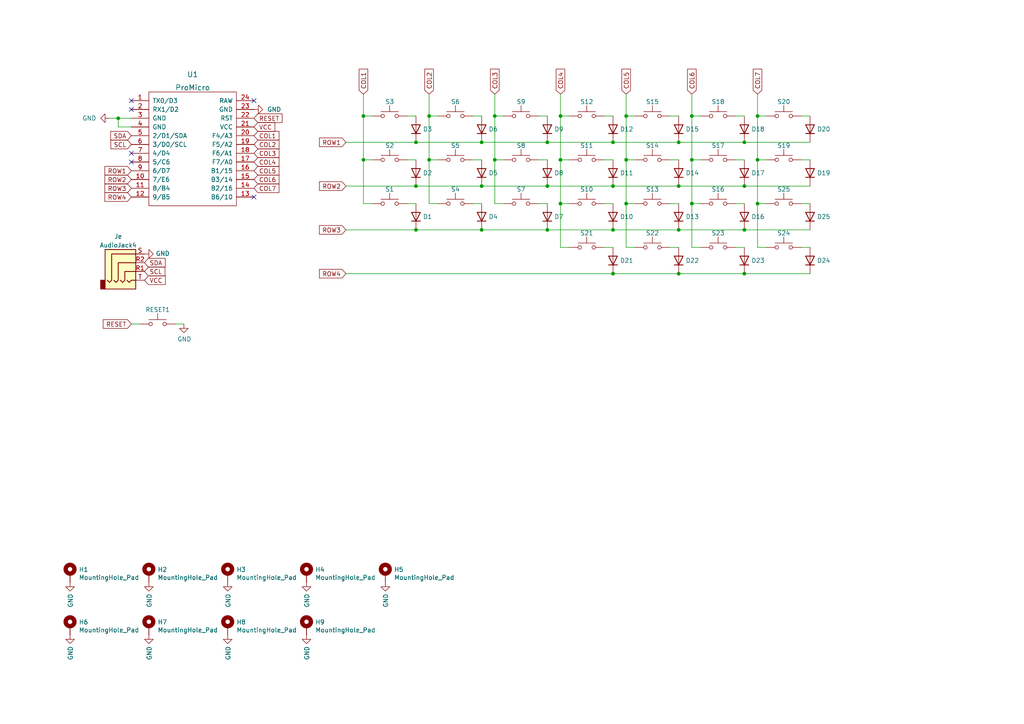
<source format=kicad_sch>
(kicad_sch (version 20230121) (generator eeschema)
  (paper "A4")
  (title_block (title "Churri") (date "2023-05-04"))
  (lib_symbols
    (symbol "Connector_Audio:AudioJack4"
      (property "Reference" "J" (at 0 8.89 0))
      (property "Value" "AudioJack4" (at 0 6.35 0))
      (symbol "AudioJack4_0_1"
        (rectangle (start -6.35 -5.08) (end -7.62 -7.62) (stroke (width 0.254)) (fill (type outline)))
        (polyline (pts (xy 0 -5.08) (xy 0.635 -5.715) (xy 1.27 -5.08) (xy 2.54 -5.08)) (stroke (width 0.254)))
        (polyline (pts (xy -5.715 -5.08) (xy -5.08 -5.715) (xy -4.445 -5.08) (xy -4.445 2.54) (xy 2.54 2.54)) (stroke (width 0.254)))
        (polyline (pts (xy -1.905 -5.08) (xy -1.27 -5.715) (xy -0.635 -5.08) (xy -0.635 -2.54) (xy 2.54 -2.54)) (stroke (width 0.254)))
        (polyline (pts (xy 2.54 0) (xy -2.54 0) (xy -2.54 -5.08) (xy -3.175 -5.715) (xy -3.81 -5.08)) (stroke (width 0.254)))
        (rectangle (start 2.54 3.81) (end -6.35 -7.62) (stroke (width 0.254)) (fill (type background)))
      )
      (symbol "AudioJack4_1_1"
        (pin passive line (at 5.08 -2.54 180) (length 2.54) (name "~") (number "R1"))
        (pin passive line (at 5.08 0 180) (length 2.54) (name "~") (number "R2"))
        (pin passive line (at 5.08 2.54 180) (length 2.54) (name "~") (number "S"))
        (pin passive line (at 5.08 -5.08 180) (length 2.54) (name "~") (number "T"))
      )
    )
    (symbol "Device:D" (pin_numbers hide) (pin_names (offset 1.016) hide)
      (property "Reference" "D" (at 0 2.54 0))
      (property "Value" "D" (at 0 -2.54 0))
      (symbol "D_0_1"
        (polyline (pts (xy -1.27 1.27) (xy -1.27 -1.27)) (stroke (width 0.254)))
        (polyline (pts (xy 1.27 0) (xy -1.27 0)))
        (polyline (pts (xy 1.27 1.27) (xy 1.27 -1.27) (xy -1.27 0) (xy 1.27 1.27)) (stroke (width 0.254)))
      )
      (symbol "D_1_1"
        (pin passive line (at -3.81 0 0) (length 2.54) (name "K") (number "1"))
        (pin passive line (at 3.81 0 180) (length 2.54) (name "A") (number "2"))
      )
    )
    (symbol "GND_1" (power) (pin_names (offset 0))
      (property "Value" "GND_1" (at 0 -3.81 0))
      (symbol "GND_1_0_1"
        (polyline (pts (xy 0 0) (xy 0 -1.27) (xy 1.27 -1.27) (xy 0 -2.54) (xy -1.27 -1.27) (xy 0 -1.27)))
      )
      (symbol "GND_1_1_1"
        (pin power_in line (at 0 0 270) (length 0) hide (name "GND") (number "1"))
      )
    )
    (symbol "GND_3" (power) (pin_names (offset 0))
      (property "Value" "GND_3" (at 0 -3.81 0))
      (symbol "GND_3_0_1"
        (polyline (pts (xy 0 0) (xy 0 -1.27) (xy 1.27 -1.27) (xy 0 -2.54) (xy -1.27 -1.27) (xy 0 -1.27)))
      )
      (symbol "GND_3_1_1"
        (pin power_in line (at 0 0 270) (length 0) hide (name "GND") (number "1"))
      )
    )
    (symbol "Mechanical:MountingHole_Pad" (pin_numbers hide) (pin_names (offset 1.016) hide)
      (property "Reference" "H" (at 0 6.35 0))
      (property "Value" "MountingHole_Pad" (at 0 4.445 0))
      (symbol "MountingHole_Pad_0_1"
        (circle (center 0 1.27) (radius 1.27) (stroke (width 1.27)))
      )
      (symbol "MountingHole_Pad_1_1"
        (pin input line (at 0 -2.54 90) (length 2.54) (name "1") (number "1"))
      )
    )
    (symbol "Switch:SW_Push" (pin_numbers hide) (pin_names (offset 1.016) hide)
      (property "Reference" "SW" (at 1.27 2.54 0))
      (property "Value" "SW_Push" (at 0 -1.524 0))
      (symbol "SW_Push_0_1"
        (circle (center -2.032 0) (radius 0.508))
        (polyline (pts (xy 0 1.27) (xy 0 3.048)))
        (polyline (pts (xy 2.54 1.27) (xy -2.54 1.27)))
        (circle (center 2.032 0) (radius 0.508))
        (pin passive line (at -5.08 0 0) (length 2.54) (name "1") (number "1"))
        (pin passive line (at 5.08 0 180) (length 2.54) (name "2") (number "2"))
      )
    )
    (symbol "kbd:ProMicro" (pin_names (offset 1.016))
      (property "Reference" "U" (at 0 19.05 0))
      (property "Value" "ProMicro" (at 0 -19.05 0))
      (symbol "ProMicro_0_1"
        (rectangle (start -12.7 16.51) (end 12.7 -16.51))
      )
      (symbol "ProMicro_1_1"
        (pin bidirectional line (at -17.78 13.97 0) (length 5.08) (name "TX0/D3") (number "1"))
        (pin bidirectional line (at -17.78 -8.89 0) (length 5.08) (name "7/E6") (number "10"))
        (pin bidirectional line (at -17.78 -11.43 0) (length 5.08) (name "8/B4") (number "11"))
        (pin bidirectional line (at -17.78 -13.97 0) (length 5.08) (name "9/B5") (number "12"))
        (pin bidirectional line (at 17.78 -13.97 180) (length 5.08) (name "B6/10") (number "13"))
        (pin bidirectional line (at 17.78 -11.43 180) (length 5.08) (name "B2/16") (number "14"))
        (pin bidirectional line (at 17.78 -8.89 180) (length 5.08) (name "B3/14") (number "15"))
        (pin bidirectional line (at 17.78 -6.35 180) (length 5.08) (name "B1/15") (number "16"))
        (pin bidirectional line (at 17.78 -3.81 180) (length 5.08) (name "F7/A0") (number "17"))
        (pin bidirectional line (at 17.78 -1.27 180) (length 5.08) (name "F6/A1") (number "18"))
        (pin bidirectional line (at 17.78 1.27 180) (length 5.08) (name "F5/A2") (number "19"))
        (pin bidirectional line (at -17.78 11.43 0) (length 5.08) (name "RX1/D2") (number "2"))
        (pin bidirectional line (at 17.78 3.81 180) (length 5.08) (name "F4/A3") (number "20"))
        (pin power_in line (at 17.78 6.35 180) (length 5.08) (name "VCC") (number "21"))
        (pin input line (at 17.78 8.89 180) (length 5.08) (name "RST") (number "22"))
        (pin power_in line (at 17.78 11.43 180) (length 5.08) (name "GND") (number "23"))
        (pin power_out line (at 17.78 13.97 180) (length 5.08) (name "RAW") (number "24"))
        (pin power_in line (at -17.78 8.89 0) (length 5.08) (name "GND") (number "3"))
        (pin power_in line (at -17.78 6.35 0) (length 5.08) (name "GND") (number "4"))
        (pin bidirectional line (at -17.78 3.81 0) (length 5.08) (name "2/D1/SDA") (number "5"))
        (pin bidirectional line (at -17.78 1.27 0) (length 5.08) (name "3/D0/SCL") (number "6"))
        (pin bidirectional line (at -17.78 -1.27 0) (length 5.08) (name "4/D4") (number "7"))
        (pin bidirectional line (at -17.78 -3.81 0) (length 5.08) (name "5/C6") (number "8"))
        (pin bidirectional line (at -17.78 -6.35 0) (length 5.08) (name "6/D7") (number "9"))
      )
    )
    (symbol "power:GND" (power) (pin_names (offset 0))
      (property "Value" "GND" (at 0 -3.81 0))
      (symbol "GND_0_1"
        (polyline (pts (xy 0 0) (xy 0 -1.27) (xy 1.27 -1.27) (xy 0 -2.54) (xy -1.27 -1.27) (xy 0 -1.27)))
      )
      (symbol "GND_1_1"
        (pin power_in line (at 0 0 270) (length 0) hide (name "GND") (number "1"))
      )
    )
  )
  (junction (at 196.85 79.375))
  (junction (at 158.75 53.975))
  (junction (at 215.9 79.375))
  (junction (at 215.9 66.675))
  (junction (at 181.61 59.055))
  (junction (at 219.71 59.055))
  (junction (at 200.66 59.055))
  (junction (at 177.8 41.275))
  (junction (at 181.61 33.655))
  (junction (at 105.41 46.355))
  (junction (at 177.8 79.375))
  (junction (at 120.65 66.675))
  (junction (at 200.66 46.355))
  (junction (at 196.85 41.275))
  (junction (at 177.8 66.675))
  (junction (at 34.29 34.29))
  (junction (at 124.46 46.355))
  (junction (at 124.46 33.655))
  (junction (at 120.65 53.975))
  (junction (at 162.56 59.055))
  (junction (at 158.75 66.675))
  (junction (at 181.61 46.355))
  (junction (at 143.51 33.655))
  (junction (at 139.7 41.275))
  (junction (at 139.7 66.675))
  (junction (at 196.85 66.675))
  (junction (at 158.75 41.275))
  (junction (at 215.9 41.275))
  (junction (at 162.56 46.355))
  (junction (at 143.51 46.355))
  (junction (at 196.85 53.975))
  (junction (at 177.8 53.975))
  (junction (at 219.71 33.655))
  (junction (at 105.41 33.655))
  (junction (at 215.9 53.975))
  (junction (at 120.65 41.275))
  (junction (at 162.56 33.655))
  (junction (at 200.66 33.655))
  (junction (at 139.7 53.975))
  (junction (at 219.71 46.355))
  (no_connect (at 73.66 29.21))
  (no_connect (at 38.1 46.99))
  (no_connect (at 73.66 57.15))
  (no_connect (at 38.1 44.45))
  (no_connect (at 38.1 31.75))
  (no_connect (at 38.1 29.21))
  (wire (pts (xy 118.11 33.655) (xy 120.65 33.655)))
  (wire (pts (xy 156.21 46.355) (xy 158.75 46.355)))
  (wire (pts (xy 175.26 46.355) (xy 177.8 46.355)))
  (wire (pts (xy 162.56 33.655) (xy 162.56 46.355)))
  (wire (pts (xy 232.41 33.655) (xy 234.95 33.655)))
  (wire (pts (xy 181.61 59.055) (xy 184.15 59.055)))
  (wire (pts (xy 219.71 59.055) (xy 222.25 59.055)))
  (wire (pts (xy 137.16 33.655) (xy 139.7 33.655)))
  (wire (pts (xy 120.65 41.275) (xy 139.7 41.275)))
  (wire (pts (xy 181.61 59.055) (xy 181.61 71.755)))
  (wire (pts (xy 194.31 33.655) (xy 196.85 33.655)))
  (wire (pts (xy 124.46 33.655) (xy 124.46 46.355)))
  (wire (pts (xy 158.75 66.675) (xy 177.8 66.675)))
  (wire (pts (xy 105.41 46.355) (xy 105.41 59.055)))
  (wire (pts (xy 38.1 93.98) (xy 40.64 93.98)))
  (wire (pts (xy 137.16 59.055) (xy 139.7 59.055)))
  (wire (pts (xy 105.41 33.655) (xy 105.41 46.355)))
  (wire (pts (xy 124.46 46.355) (xy 127 46.355)))
  (wire (pts (xy 143.51 27.305) (xy 143.51 33.655)))
  (wire (pts (xy 215.9 41.275) (xy 234.95 41.275)))
  (wire (pts (xy 162.56 46.355) (xy 165.1 46.355)))
  (wire (pts (xy 181.61 71.755) (xy 184.15 71.755)))
  (wire (pts (xy 219.71 46.355) (xy 222.25 46.355)))
  (wire (pts (xy 158.75 41.275) (xy 177.8 41.275)))
  (wire (pts (xy 100.33 41.275) (xy 120.65 41.275)))
  (wire (pts (xy 143.51 46.355) (xy 146.05 46.355)))
  (wire (pts (xy 219.71 27.305) (xy 219.71 33.655)))
  (wire (pts (xy 181.61 33.655) (xy 184.15 33.655)))
  (wire (pts (xy 139.7 53.975) (xy 158.75 53.975)))
  (wire (pts (xy 181.61 46.355) (xy 181.61 59.055)))
  (wire (pts (xy 194.31 71.755) (xy 196.85 71.755)))
  (wire (pts (xy 162.56 59.055) (xy 165.1 59.055)))
  (wire (pts (xy 196.85 53.975) (xy 215.9 53.975)))
  (wire (pts (xy 162.56 59.055) (xy 162.56 71.755)))
  (wire (pts (xy 127 59.055) (xy 124.46 59.055)))
  (wire (pts (xy 200.66 27.305) (xy 200.66 33.655)))
  (wire (pts (xy 219.71 33.655) (xy 219.71 46.355)))
  (wire (pts (xy 181.61 27.305) (xy 181.61 33.655)))
  (wire (pts (xy 105.41 59.055) (xy 107.95 59.055)))
  (wire (pts (xy 143.51 33.655) (xy 146.05 33.655)))
  (wire (pts (xy 200.66 33.655) (xy 200.66 46.355)))
  (wire (pts (xy 200.66 46.355) (xy 200.66 59.055)))
  (wire (pts (xy 120.65 53.975) (xy 139.7 53.975)))
  (wire (pts (xy 232.41 59.055) (xy 234.95 59.055)))
  (wire (pts (xy 100.33 66.675) (xy 120.65 66.675)))
  (wire (pts (xy 219.71 59.055) (xy 219.71 71.755)))
  (wire (pts (xy 200.66 59.055) (xy 203.2 59.055)))
  (wire (pts (xy 181.61 46.355) (xy 184.15 46.355)))
  (wire (pts (xy 200.66 33.655) (xy 203.2 33.655)))
  (wire (pts (xy 213.36 59.055) (xy 215.9 59.055)))
  (wire (pts (xy 105.41 33.655) (xy 107.95 33.655)))
  (wire (pts (xy 219.71 33.655) (xy 222.25 33.655)))
  (wire (pts (xy 196.85 66.675) (xy 215.9 66.675)))
  (wire (pts (xy 34.29 34.29) (xy 38.1 34.29)))
  (wire (pts (xy 139.7 66.675) (xy 158.75 66.675)))
  (wire (pts (xy 219.71 46.355) (xy 219.71 59.055)))
  (wire (pts (xy 200.66 59.055) (xy 200.66 71.755)))
  (wire (pts (xy 120.65 66.675) (xy 139.7 66.675)))
  (wire (pts (xy 213.36 46.355) (xy 215.9 46.355)))
  (wire (pts (xy 156.21 33.655) (xy 158.75 33.655)))
  (wire (pts (xy 196.85 79.375) (xy 215.9 79.375)))
  (wire (pts (xy 219.71 71.755) (xy 222.25 71.755)))
  (wire (pts (xy 124.46 33.655) (xy 127 33.655)))
  (wire (pts (xy 31.75 34.29) (xy 34.29 34.29)))
  (wire (pts (xy 215.9 66.675) (xy 234.95 66.675)))
  (wire (pts (xy 175.26 33.655) (xy 177.8 33.655)))
  (wire (pts (xy 143.51 59.055) (xy 146.05 59.055)))
  (wire (pts (xy 194.31 46.355) (xy 196.85 46.355)))
  (wire (pts (xy 100.33 53.975) (xy 120.65 53.975)))
  (wire (pts (xy 100.33 79.375) (xy 177.8 79.375)))
  (wire (pts (xy 177.8 79.375) (xy 196.85 79.375)))
  (wire (pts (xy 162.56 71.755) (xy 165.1 71.755)))
  (wire (pts (xy 175.26 71.755) (xy 177.8 71.755)))
  (wire (pts (xy 215.9 53.975) (xy 234.95 53.975)))
  (wire (pts (xy 232.41 71.755) (xy 234.95 71.755)))
  (wire (pts (xy 162.56 46.355) (xy 162.56 59.055)))
  (wire (pts (xy 156.21 59.055) (xy 158.75 59.055)))
  (wire (pts (xy 34.29 36.83) (xy 34.29 34.29)))
  (wire (pts (xy 175.26 59.055) (xy 177.8 59.055)))
  (wire (pts (xy 200.66 71.755) (xy 203.2 71.755)))
  (wire (pts (xy 143.51 46.355) (xy 143.51 59.055)))
  (wire (pts (xy 194.31 59.055) (xy 196.85 59.055)))
  (wire (pts (xy 213.36 33.655) (xy 215.9 33.655)))
  (wire (pts (xy 105.41 27.305) (xy 105.41 33.655)))
  (wire (pts (xy 196.85 41.275) (xy 215.9 41.275)))
  (wire (pts (xy 139.7 41.275) (xy 158.75 41.275)))
  (wire (pts (xy 137.16 46.355) (xy 139.7 46.355)))
  (wire (pts (xy 177.8 53.975) (xy 196.85 53.975)))
  (wire (pts (xy 50.8 93.98) (xy 53.34 93.98)))
  (wire (pts (xy 177.8 66.675) (xy 196.85 66.675)))
  (wire (pts (xy 232.41 46.355) (xy 234.95 46.355)))
  (wire (pts (xy 124.46 27.305) (xy 124.46 33.655)))
  (wire (pts (xy 162.56 27.305) (xy 162.56 33.655)))
  (wire (pts (xy 215.9 79.375) (xy 234.95 79.375)))
  (wire (pts (xy 158.75 53.975) (xy 177.8 53.975)))
  (wire (pts (xy 143.51 33.655) (xy 143.51 46.355)))
  (wire (pts (xy 177.8 41.275) (xy 196.85 41.275)))
  (wire (pts (xy 105.41 46.355) (xy 107.95 46.355)))
  (wire (pts (xy 162.56 33.655) (xy 165.1 33.655)))
  (wire (pts (xy 213.36 71.755) (xy 215.9 71.755)))
  (wire (pts (xy 124.46 46.355) (xy 124.46 59.055)))
  (wire (pts (xy 118.11 46.355) (xy 120.65 46.355)))
  (wire (pts (xy 181.61 33.655) (xy 181.61 46.355)))
  (wire (pts (xy 200.66 46.355) (xy 203.2 46.355)))
  (wire (pts (xy 118.11 59.055) (xy 120.65 59.055)))
  (wire (pts (xy 38.1 36.83) (xy 34.29 36.83)))
  (global_label "SCL" (shape input) (at 38.1 41.91 180) (property "Intersheetrefs" "${INTERSHEET_REFS}" (effects hide)))
  (global_label "ROW1" (shape input) (at 100.33 41.275 180) (property "Intersheetrefs" "${INTERSHEET_REFS}" (effects hide)))
  (global_label "COL3" (shape input) (at 143.51 27.305 90) (property "Intersheetrefs" "${INTERSHEET_REFS}" (effects hide)))
  (global_label "SDA" (shape input) (at 41.91 76.2 0) (property "Intersheetrefs" "${INTERSHEET_REFS}" (effects hide)))
  (global_label "COL4" (shape input) (at 162.56 27.305 90) (property "Intersheetrefs" "${INTERSHEET_REFS}" (effects hide)))
  (global_label "COL2" (shape input) (at 73.66 41.91 0) (property "Intersheetrefs" "${INTERSHEET_REFS}" (effects hide)))
  (global_label "ROW2" (shape input) (at 38.1 52.07 180) (property "Intersheetrefs" "${INTERSHEET_REFS}" (effects hide)))
  (global_label "RESET" (shape input) (at 73.66 34.29 0) (property "Intersheetrefs" "${INTERSHEET_REFS}" (effects hide)))
  (global_label "COL2" (shape input) (at 124.46 27.305 90) (property "Intersheetrefs" "${INTERSHEET_REFS}" (effects hide)))
  (global_label "COL4" (shape input) (at 73.66 46.99 0) (property "Intersheetrefs" "${INTERSHEET_REFS}" (effects hide)))
  (global_label "COL3" (shape input) (at 73.66 44.45 0) (property "Intersheetrefs" "${INTERSHEET_REFS}" (effects hide)))
  (global_label "SDA" (shape input) (at 38.1 39.37 180) (property "Intersheetrefs" "${INTERSHEET_REFS}" (effects hide)))
  (global_label "COL6" (shape input) (at 200.66 27.305 90) (property "Intersheetrefs" "${INTERSHEET_REFS}" (effects hide)))
  (global_label "VCC" (shape input) (at 41.91 81.28 0) (property "Intersheetrefs" "${INTERSHEET_REFS}" (effects hide)))
  (global_label "COL5" (shape input) (at 181.61 27.305 90) (property "Intersheetrefs" "${INTERSHEET_REFS}" (effects hide)))
  (global_label "SCL" (shape input) (at 41.91 78.74 0) (property "Intersheetrefs" "${INTERSHEET_REFS}" (effects hide)))
  (global_label "VCC" (shape input) (at 73.66 36.83 0) (property "Intersheetrefs" "${INTERSHEET_REFS}" (effects hide)))
  (global_label "ROW2" (shape input) (at 100.33 53.975 180) (property "Intersheetrefs" "${INTERSHEET_REFS}" (effects hide)))
  (global_label "COL7" (shape input) (at 73.66 54.61 0) (property "Intersheetrefs" "${INTERSHEET_REFS}" (effects hide)))
  (global_label "ROW1" (shape input) (at 38.1 49.53 180) (property "Intersheetrefs" "${INTERSHEET_REFS}" (effects hide)))
  (global_label "ROW4" (shape input) (at 100.33 79.375 180) (property "Intersheetrefs" "${INTERSHEET_REFS}" (effects hide)))
  (global_label "RESET" (shape input) (at 38.1 93.98 180) (property "Intersheetrefs" "${INTERSHEET_REFS}" (effects hide)))
  (global_label "ROW3" (shape input) (at 38.1 54.61 180) (property "Intersheetrefs" "${INTERSHEET_REFS}" (effects hide)))
  (global_label "COL6" (shape input) (at 73.66 52.07 0) (property "Intersheetrefs" "${INTERSHEET_REFS}" (effects hide)))
  (global_label "ROW4" (shape input) (at 38.1 57.15 180) (property "Intersheetrefs" "${INTERSHEET_REFS}" (effects hide)))
  (global_label "COL1" (shape input) (at 105.41 27.305 90) (property "Intersheetrefs" "${INTERSHEET_REFS}" (effects hide)))
  (global_label "ROW3" (shape input) (at 100.33 66.675 180) (property "Intersheetrefs" "${INTERSHEET_REFS}" (effects hide)))
  (global_label "COL5" (shape input) (at 73.66 49.53 0) (property "Intersheetrefs" "${INTERSHEET_REFS}" (effects hide)))
  (global_label "COL7" (shape input) (at 219.71 27.305 90) (property "Intersheetrefs" "${INTERSHEET_REFS}" (effects hide)))
  (global_label "COL1" (shape input) (at 73.66 39.37 0) (property "Intersheetrefs" "${INTERSHEET_REFS}" (effects hide)))
  (symbol (lib_id "Switch:SW_Push") (at 132.08 46.355 0) (unit 1)
    (property "Reference" "S5" (at 132.08 42.2148 0))
    (property "Value" "SW_Push" (effects hide))
    (property "Footprint" "CHURRI-footprints:SW_MX_reversible" (effects hide))
  )
  (symbol (lib_id "Device:D") (at 215.9 75.565 90) (unit 1)
    (property "Reference" "D23" (at 217.9066 75.565 90) (effects (justify right)))
    (property "Value" "D" (effects hide))
    (property "Footprint" "CHURRI-footprints:ComboDiode" (effects hide))
  )
  (symbol (lib_id "Device:D") (at 139.7 50.165 90) (unit 1)
    (property "Reference" "D5" (at 141.7066 50.165 90) (effects (justify right)))
    (property "Value" "D" (effects hide))
    (property "Footprint" "CHURRI-footprints:ComboDiode" (effects hide))
  )
  (symbol (lib_id "Device:D") (at 177.8 50.165 90) (unit 1)
    (property "Reference" "D11" (at 179.8066 50.165 90) (effects (justify right)))
    (property "Value" "D" (effects hide))
    (property "Footprint" "CHURRI-footprints:ComboDiode" (effects hide))
  )
  (symbol (lib_id "Switch:SW_Push") (at 189.23 46.355 0) (unit 1)
    (property "Reference" "S14" (at 189.23 42.2148 0))
    (property "Value" "SW_Push" (effects hide))
    (property "Footprint" "CHURRI-footprints:SW_MX_reversible" (effects hide))
  )
  (symbol (lib_id "Device:D") (at 215.9 62.865 90) (unit 1)
    (property "Reference" "D16" (at 217.9066 62.865 90) (effects (justify right)))
    (property "Value" "D" (effects hide))
    (property "Footprint" "CHURRI-footprints:ComboDiode" (effects hide))
  )
  (symbol (lib_id "Switch:SW_Push") (at 170.18 33.655 0) (unit 1)
    (property "Reference" "S12" (at 170.18 29.5148 0))
    (property "Value" "SW_Push" (effects hide))
    (property "Footprint" "CHURRI-footprints:SW_MX_reversible" (effects hide))
  )
  (symbol (lib_id "Device:D") (at 177.8 37.465 90) (unit 1)
    (property "Reference" "D12" (at 179.8066 37.465 90) (effects (justify right)))
    (property "Value" "D" (effects hide))
    (property "Footprint" "CHURRI-footprints:ComboDiode" (effects hide))
  )
  (symbol (lib_id "Switch:SW_Push") (at 227.33 59.055 0) (unit 1)
    (property "Reference" "S25" (at 227.33 54.9148 0))
    (property "Value" "SW_Push" (effects hide))
    (property "Footprint" "CHURRI-footprints:SW_MX_reversible" (effects hide))
  )
  (symbol (lib_id "Device:D") (at 139.7 62.865 90) (unit 1)
    (property "Reference" "D4" (at 141.7066 62.865 90) (effects (justify right)))
    (property "Value" "D" (effects hide))
    (property "Footprint" "CHURRI-footprints:ComboDiode" (effects hide))
  )
  (symbol (lib_id "Switch:SW_Push") (at 189.23 33.655 0) (unit 1)
    (property "Reference" "S15" (at 189.23 29.5148 0))
    (property "Value" "SW_Push" (effects hide))
    (property "Footprint" "CHURRI-footprints:SW_MX_reversible" (effects hide))
  )
  (symbol (lib_id "Mechanical:MountingHole_Pad") (at 88.9 166.37 0) (unit 1)
    (property "Reference" "H4" (at 91.44 165.2016 0) (effects (justify left)))
    (property "Value" "MountingHole_Pad" (at 91.44 167.513 0) (effects (justify left)))
    (property "Footprint" "MountingHole:MountingHole_3.2mm_M3_DIN965_Pad" (effects hide))
  )
  (symbol (lib_id "Switch:SW_Push") (at 208.28 46.355 0) (unit 1)
    (property "Reference" "S17" (at 208.28 42.2148 0))
    (property "Value" "SW_Push" (effects hide))
    (property "Footprint" "CHURRI-footprints:SW_MX_reversible" (effects hide))
  )
  (symbol (lib_id "Switch:SW_Push") (at 189.23 59.055 0) (unit 1)
    (property "Reference" "S13" (at 189.23 54.9148 0))
    (property "Value" "SW_Push" (effects hide))
    (property "Footprint" "CHURRI-footprints:SW_MX_reversible" (effects hide))
  )
  (symbol (lib_id "Switch:SW_Push") (at 227.33 71.755 0) (unit 1)
    (property "Reference" "S24" (at 227.33 67.6148 0))
    (property "Value" "SW_Push" (effects hide))
    (property "Footprint" "CHURRI-footprints:SW_MX_reversible" (effects hide))
  )
  (symbol (lib_name "GND_1") (lib_id "power:GND") (at 53.34 93.98 0) (unit 1)
    (property "Reference" "#PWR010" (effects hide))
    (property "Value" "GND" (at 53.467 98.3742 0))
  )
  (symbol (lib_id "Device:D") (at 139.7 37.465 90) (unit 1)
    (property "Reference" "D6" (at 141.7066 37.465 90) (effects (justify right)))
    (property "Value" "D" (effects hide))
    (property "Footprint" "CHURRI-footprints:ComboDiode" (effects hide))
  )
  (symbol (lib_id "Device:D") (at 177.8 62.865 90) (unit 1)
    (property "Reference" "D10" (at 179.8066 62.865 90) (effects (justify right)))
    (property "Value" "D" (effects hide))
    (property "Footprint" "CHURRI-footprints:ComboDiode" (effects hide))
  )
  (symbol (lib_id "Device:D") (at 215.9 37.465 90) (unit 1)
    (property "Reference" "D18" (at 217.9066 37.465 90) (effects (justify right)))
    (property "Value" "D" (effects hide))
    (property "Footprint" "CHURRI-footprints:ComboDiode" (effects hide))
  )
  (symbol (lib_id "Switch:SW_Push") (at 132.08 59.055 0) (unit 1)
    (property "Reference" "S4" (at 132.08 54.9148 0))
    (property "Value" "SW_Push" (effects hide))
    (property "Footprint" "CHURRI-footprints:SW_MX_reversible" (effects hide))
  )
  (symbol (lib_id "Switch:SW_Push") (at 208.28 33.655 0) (unit 1)
    (property "Reference" "S18" (at 208.28 29.5148 0))
    (property "Value" "SW_Push" (effects hide))
    (property "Footprint" "CHURRI-footprints:SW_MX_reversible" (effects hide))
  )
  (symbol (lib_id "Switch:SW_Push") (at 208.28 59.055 0) (unit 1)
    (property "Reference" "S16" (at 208.28 54.9148 0))
    (property "Value" "SW_Push" (effects hide))
    (property "Footprint" "CHURRI-footprints:SW_MX_reversible" (effects hide))
  )
  (symbol (lib_name "GND_3") (lib_id "power:GND") (at 66.04 168.91 0) (unit 1)
    (property "Reference" "#PWR08" (effects hide))
    (property "Value" "GND" (at 66.167 172.1612 90) (effects (justify right)))
  )
  (symbol (lib_id "Mechanical:MountingHole_Pad") (at 43.18 166.37 0) (unit 1)
    (property "Reference" "H2" (at 45.72 165.2016 0) (effects (justify left)))
    (property "Value" "MountingHole_Pad" (at 45.72 167.513 0) (effects (justify left)))
    (property "Footprint" "MountingHole:MountingHole_3.2mm_M3_DIN965_Pad" (effects hide))
  )
  (symbol (lib_name "GND_3") (lib_id "power:GND") (at 43.18 184.15 0) (unit 1)
    (property "Reference" "#PWR013" (effects hide))
    (property "Value" "GND" (at 43.307 187.4012 90) (effects (justify right)))
  )
  (symbol (lib_id "Device:D") (at 177.8 75.565 90) (unit 1)
    (property "Reference" "D21" (at 179.8066 75.565 90) (effects (justify right)))
    (property "Value" "D" (effects hide))
    (property "Footprint" "CHURRI-footprints:ComboDiode" (effects hide))
  )
  (symbol (lib_name "GND_3") (lib_id "power:GND") (at 88.9 168.91 0) (unit 1)
    (property "Reference" "#PWR09" (effects hide))
    (property "Value" "GND" (at 89.027 172.1612 90) (effects (justify right)))
  )
  (symbol (lib_id "Switch:SW_Push") (at 227.33 46.355 0) (unit 1)
    (property "Reference" "S19" (at 227.33 42.2148 0))
    (property "Value" "SW_Push" (effects hide))
    (property "Footprint" "CHURRI-footprints:SW_MX_reversible" (effects hide))
  )
  (symbol (lib_name "GND_3") (lib_id "power:GND") (at 43.18 168.91 0) (unit 1)
    (property "Reference" "#PWR07" (effects hide))
    (property "Value" "GND" (at 43.307 172.1612 90) (effects (justify right)))
  )
  (symbol (lib_id "Device:D") (at 120.65 50.165 90) (unit 1)
    (property "Reference" "D2" (at 122.6566 50.165 90) (effects (justify right)))
    (property "Value" "D" (effects hide))
    (property "Footprint" "CHURRI-footprints:ComboDiode" (effects hide))
  )
  (symbol (lib_id "Switch:SW_Push") (at 151.13 46.355 0) (unit 1)
    (property "Reference" "S8" (at 151.13 42.2148 0))
    (property "Value" "SW_Push" (effects hide))
    (property "Footprint" "CHURRI-footprints:SW_MX_reversible" (effects hide))
  )
  (symbol (lib_id "Device:D") (at 196.85 62.865 90) (unit 1)
    (property "Reference" "D13" (at 198.8566 62.865 90) (effects (justify right)))
    (property "Value" "D" (effects hide))
    (property "Footprint" "CHURRI-footprints:ComboDiode" (effects hide))
  )
  (symbol (lib_id "Device:D") (at 234.95 62.865 90) (unit 1)
    (property "Reference" "D25" (at 236.9566 62.865 90) (effects (justify right)))
    (property "Value" "D" (effects hide))
    (property "Footprint" "CHURRI-footprints:ComboDiode" (effects hide))
  )
  (symbol (lib_name "GND_3") (lib_id "power:GND") (at 20.32 184.15 0) (unit 1)
    (property "Reference" "#PWR012" (effects hide))
    (property "Value" "GND" (at 20.447 187.4012 90) (effects (justify right)))
  )
  (symbol (lib_id "Device:D") (at 234.95 37.465 90) (unit 1)
    (property "Reference" "D20" (at 236.9566 37.465 90) (effects (justify right)))
    (property "Value" "D" (effects hide))
    (property "Footprint" "CHURRI-footprints:ComboDiode" (effects hide))
  )
  (symbol (lib_id "Switch:SW_Push") (at 132.08 33.655 0) (unit 1)
    (property "Reference" "S6" (at 132.08 29.5148 0))
    (property "Value" "SW_Push" (effects hide))
    (property "Footprint" "CHURRI-footprints:SW_MX_reversible" (effects hide))
  )
  (symbol (lib_id "Switch:SW_Push") (at 151.13 59.055 0) (unit 1)
    (property "Reference" "S7" (at 151.13 54.9148 0))
    (property "Value" "SW_Push" (effects hide))
    (property "Footprint" "CHURRI-footprints:SW_MX_reversible" (effects hide))
  )
  (symbol (lib_id "Mechanical:MountingHole_Pad") (at 20.32 166.37 0) (unit 1)
    (property "Reference" "H1" (at 22.86 165.2016 0) (effects (justify left)))
    (property "Value" "MountingHole_Pad" (at 22.86 167.513 0) (effects (justify left)))
    (property "Footprint" "MountingHole:MountingHole_3.2mm_M3_DIN965_Pad" (effects hide))
  )
  (symbol (lib_id "Device:D") (at 120.65 37.465 90) (unit 1)
    (property "Reference" "D3" (at 122.6566 37.465 90) (effects (justify right)))
    (property "Value" "D" (effects hide))
    (property "Footprint" "CHURRI-footprints:ComboDiode" (effects hide))
  )
  (symbol (lib_id "Device:D") (at 234.95 50.165 90) (unit 1)
    (property "Reference" "D19" (at 236.9566 50.165 90) (effects (justify right)))
    (property "Value" "D" (effects hide))
    (property "Footprint" "CHURRI-footprints:ComboDiode" (effects hide))
  )
  (symbol (lib_id "Device:D") (at 234.95 75.565 90) (unit 1)
    (property "Reference" "D24" (at 236.9566 75.565 90) (effects (justify right)))
    (property "Value" "D" (effects hide))
    (property "Footprint" "CHURRI-footprints:ComboDiode" (effects hide))
  )
  (symbol (lib_id "power:GND") (at 31.75 34.29 270) (unit 1)
    (property "Reference" "#PWR01" (effects hide))
    (property "Value" "GND" (at 27.94 34.2901 90) (effects (justify right)))
  )
  (symbol (lib_name "GND_3") (lib_id "power:GND") (at 20.32 168.91 0) (unit 1)
    (property "Reference" "#PWR04" (effects hide))
    (property "Value" "GND" (at 20.447 172.1612 90) (effects (justify right)))
  )
  (symbol (lib_id "Device:D") (at 120.65 62.865 90) (unit 1)
    (property "Reference" "D1" (at 122.6566 62.865 90) (effects (justify right)))
    (property "Value" "D" (effects hide))
    (property "Footprint" "CHURRI-footprints:ComboDiode" (effects hide))
  )
  (symbol (lib_id "Switch:SW_Push") (at 189.23 71.755 0) (unit 1)
    (property "Reference" "S22" (at 189.23 67.6148 0))
    (property "Value" "SW_Push" (effects hide))
    (property "Footprint" "CHURRI-footprints:SW_MX_reversible" (effects hide))
  )
  (symbol (lib_id "Device:D") (at 215.9 50.165 90) (unit 1)
    (property "Reference" "D17" (at 217.9066 50.165 90) (effects (justify right)))
    (property "Value" "D" (effects hide))
    (property "Footprint" "CHURRI-footprints:ComboDiode" (effects hide))
  )
  (symbol (lib_id "Switch:SW_Push") (at 113.03 59.055 0) (unit 1)
    (property "Reference" "S1" (at 113.03 54.9148 0))
    (property "Value" "SW_Push" (effects hide))
    (property "Footprint" "CHURRI-footprints:SW_MX_reversible" (effects hide))
  )
  (symbol (lib_id "Switch:SW_Push") (at 208.28 71.755 0) (unit 1)
    (property "Reference" "S23" (at 208.28 67.6148 0))
    (property "Value" "SW_Push" (effects hide))
    (property "Footprint" "CHURRI-footprints:SW_MX_reversible" (effects hide))
  )
  (symbol (lib_id "Switch:SW_Push") (at 170.18 46.355 0) (unit 1)
    (property "Reference" "S11" (at 170.18 42.2148 0))
    (property "Value" "SW_Push" (effects hide))
    (property "Footprint" "CHURRI-footprints:SW_MX_reversible" (effects hide))
  )
  (symbol (lib_id "Device:D") (at 158.75 50.165 90) (unit 1)
    (property "Reference" "D8" (at 160.7566 50.165 90) (effects (justify right)))
    (property "Value" "D" (effects hide))
    (property "Footprint" "CHURRI-footprints:ComboDiode" (effects hide))
  )
  (symbol (lib_id "Mechanical:MountingHole_Pad") (at 20.32 181.61 0) (unit 1)
    (property "Reference" "H6" (at 22.86 180.4416 0) (effects (justify left)))
    (property "Value" "MountingHole_Pad" (at 22.86 182.753 0) (effects (justify left)))
    (property "Footprint" "MountingHole:MountingHole_3.2mm_M3_DIN965_Pad" (effects hide))
  )
  (symbol (lib_id "Switch:SW_Push") (at 170.18 71.755 0) (unit 1)
    (property "Reference" "S21" (at 170.18 67.6148 0))
    (property "Value" "SW_Push" (effects hide))
    (property "Footprint" "CHURRI-footprints:SW_MX_reversible" (effects hide))
  )
  (symbol (lib_id "Mechanical:MountingHole_Pad") (at 88.9 181.61 0) (unit 1)
    (property "Reference" "H9" (at 91.44 180.4416 0) (effects (justify left)))
    (property "Value" "MountingHole_Pad" (at 91.44 182.753 0) (effects (justify left)))
    (property "Footprint" "MountingHole:MountingHole_3.2mm_M3_DIN965_Pad" (effects hide))
  )
  (symbol (lib_name "GND_3") (lib_id "power:GND") (at 66.04 184.15 0) (unit 1)
    (property "Reference" "#PWR014" (effects hide))
    (property "Value" "GND" (at 66.167 187.4012 90) (effects (justify right)))
  )
  (symbol (lib_id "Mechanical:MountingHole_Pad") (at 66.04 166.37 0) (unit 1)
    (property "Reference" "H3" (at 68.58 165.2016 0) (effects (justify left)))
    (property "Value" "MountingHole_Pad" (at 68.58 167.513 0) (effects (justify left)))
    (property "Footprint" "MountingHole:MountingHole_3.2mm_M3_DIN965_Pad" (effects hide))
  )
  (symbol (lib_id "power:GND") (at 73.66 31.75 90) (unit 1)
    (property "Reference" "#PWR06" (effects hide))
    (property "Value" "GND" (at 77.47 31.7499 90) (effects (justify right)))
  )
  (symbol (lib_id "Device:D") (at 196.85 37.465 90) (unit 1)
    (property "Reference" "D15" (at 198.8566 37.465 90) (effects (justify right)))
    (property "Value" "D" (effects hide))
    (property "Footprint" "CHURRI-footprints:ComboDiode" (effects hide))
  )
  (symbol (lib_id "Mechanical:MountingHole_Pad") (at 43.18 181.61 0) (unit 1)
    (property "Reference" "H7" (at 45.72 180.4416 0) (effects (justify left)))
    (property "Value" "MountingHole_Pad" (at 45.72 182.753 0) (effects (justify left)))
    (property "Footprint" "MountingHole:MountingHole_3.2mm_M3_DIN965_Pad" (effects hide))
  )
  (symbol (lib_name "GND_3") (lib_id "power:GND") (at 111.76 168.91 0) (unit 1)
    (property "Reference" "#PWR011" (effects hide))
    (property "Value" "GND" (at 111.887 172.1612 90) (effects (justify right)))
  )
  (symbol (lib_id "Switch:SW_Push") (at 227.33 33.655 0) (unit 1)
    (property "Reference" "S20" (at 227.33 29.5148 0))
    (property "Value" "SW_Push" (effects hide))
    (property "Footprint" "CHURRI-footprints:SW_MX_reversible" (effects hide))
  )
  (symbol (lib_id "Device:D") (at 196.85 50.165 90) (unit 1)
    (property "Reference" "D14" (at 198.8566 50.165 90) (effects (justify right)))
    (property "Value" "D" (effects hide))
    (property "Footprint" "CHURRI-footprints:ComboDiode" (effects hide))
  )
  (symbol (lib_name "GND_3") (lib_id "power:GND") (at 88.9 184.15 0) (unit 1)
    (property "Reference" "#PWR015" (effects hide))
    (property "Value" "GND" (at 89.027 187.4012 90) (effects (justify right)))
  )
  (symbol (lib_id "Mechanical:MountingHole_Pad") (at 111.76 166.37 0) (unit 1)
    (property "Reference" "H5" (at 114.3 165.2016 0) (effects (justify left)))
    (property "Value" "MountingHole_Pad" (at 114.3 167.513 0) (effects (justify left)))
    (property "Footprint" "MountingHole:MountingHole_3.2mm_M3_DIN965_Pad" (effects hide))
  )
  (symbol (lib_id "Switch:SW_Push") (at 151.13 33.655 0) (unit 1)
    (property "Reference" "S9" (at 151.13 29.5148 0))
    (property "Value" "SW_Push" (effects hide))
    (property "Footprint" "CHURRI-footprints:SW_MX_reversible" (effects hide))
  )
  (symbol (lib_id "Connector_Audio:AudioJack4") (at 36.83 76.2 0) (unit 1)
    (property "Reference" "Je" (at 34.29 68.58 0))
    (property "Value" "AudioJack4" (at 34.29 71.12 0))
    (property "Footprint" "CHURRI-footprints:MJ-4PP-9" (effects hide))
  )
  (symbol (lib_id "Switch:SW_Push") (at 170.18 59.055 0) (unit 1)
    (property "Reference" "S10" (at 170.18 54.9148 0))
    (property "Value" "SW_Push" (effects hide))
    (property "Footprint" "CHURRI-footprints:SW_MX_reversible" (effects hide))
  )
  (symbol (lib_id "Switch:SW_Push") (at 113.03 33.655 0) (unit 1)
    (property "Reference" "S3" (at 113.03 29.5148 0))
    (property "Value" "SW_Push" (effects hide))
    (property "Footprint" "CHURRI-footprints:SW_MX_reversible" (effects hide))
  )
  (symbol (lib_name "GND_3") (lib_id "power:GND") (at 41.91 73.66 90) (unit 1)
    (property "Reference" "#PWR02" (effects hide))
    (property "Value" "GND" (at 45.1612 73.533 90) (effects (justify right)))
  )
  (symbol (lib_id "Device:D") (at 196.85 75.565 90) (unit 1)
    (property "Reference" "D22" (at 198.8566 75.565 90) (effects (justify right)))
    (property "Value" "D" (effects hide))
    (property "Footprint" "CHURRI-footprints:ComboDiode" (effects hide))
  )
  (symbol (lib_id "kbd:ProMicro") (at 55.88 43.18 0) (unit 1) (in_bom no)
    (property "Reference" "U1" (at 55.88 21.59 0) (effects (font (size 1.524 1.524))))
    (property "Value" "ProMicro" (at 55.88 25.4 0) (effects (font (size 1.524 1.524))))
    (property "Footprint" "CHURRI-footprints:ProMicro" (effects hide))
  )
  (symbol (lib_id "Mechanical:MountingHole_Pad") (at 66.04 181.61 0) (unit 1)
    (property "Reference" "H8" (at 68.58 180.4416 0) (effects (justify left)))
    (property "Value" "MountingHole_Pad" (at 68.58 182.753 0) (effects (justify left)))
    (property "Footprint" "MountingHole:MountingHole_3.2mm_M3_DIN965_Pad" (effects hide))
  )
  (symbol (lib_id "Switch:SW_Push") (at 45.72 93.98 0) (unit 1)
    (property "Reference" "RESET1" (at 45.72 89.8398 0))
    (property "Value" "SW_Push" (effects hide))
    (property "Footprint" "CHURRI-footprints:REVIUNG-RESET-SW" (effects hide))
  )
  (symbol (lib_id "Device:D") (at 158.75 62.865 90) (unit 1)
    (property "Reference" "D7" (at 160.7566 62.865 90) (effects (justify right)))
    (property "Value" "D" (effects hide))
    (property "Footprint" "CHURRI-footprints:ComboDiode" (effects hide))
  )
  (symbol (lib_id "Device:D") (at 158.75 37.465 90) (unit 1)
    (property "Reference" "D9" (at 160.7566 37.465 90) (effects (justify right)))
    (property "Value" "D" (effects hide))
    (property "Footprint" "CHURRI-footprints:ComboDiode" (effects hide))
  )
  (symbol (lib_id "Switch:SW_Push") (at 113.03 46.355 0) (unit 1)
    (property "Reference" "S2" (at 113.03 42.2148 0))
    (property "Value" "SW_Push" (effects hide))
    (property "Footprint" "CHURRI-footprints:SW_MX_reversible" (effects hide))
  )
)
</source>
